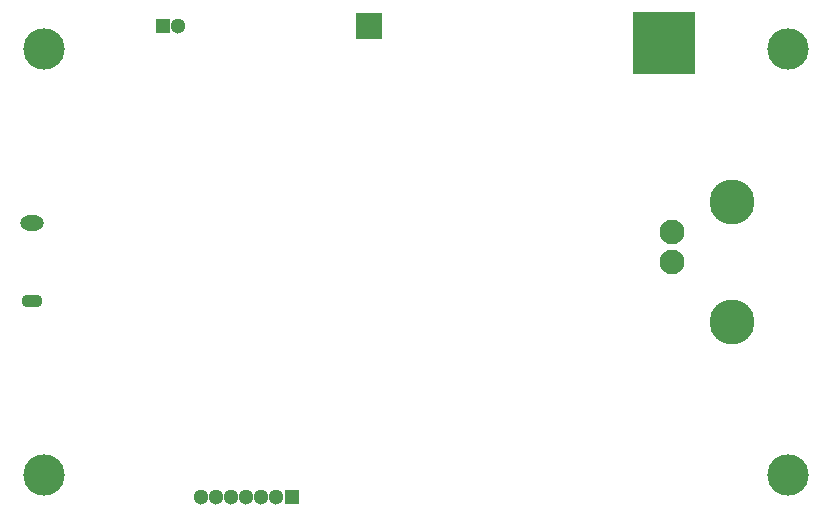
<source format=gbs>
G04 #@! TF.FileFunction,Soldermask,Bot*
%FSLAX46Y46*%
G04 Gerber Fmt 4.6, Leading zero omitted, Abs format (unit mm)*
G04 Created by KiCad (PCBNEW 4.0.2-stable) date 2016/09/19 18:56:51*
%MOMM*%
G01*
G04 APERTURE LIST*
%ADD10C,0.100000*%
%ADD11O,2.000000X1.300000*%
%ADD12O,1.800000X1.100000*%
%ADD13C,2.100000*%
%ADD14C,3.800000*%
%ADD15R,1.300000X1.300000*%
%ADD16C,1.300000*%
%ADD17R,2.300000X2.300000*%
%ADD18R,5.300000X5.300000*%
%ADD19C,0.800000*%
%ADD20C,3.500000*%
G04 APERTURE END LIST*
D10*
D11*
X2450000Y24800000D03*
D12*
X2450000Y18200000D03*
D13*
X56700000Y21500000D03*
X56700000Y24040000D03*
D14*
X61780000Y16420000D03*
X61780000Y26580000D03*
D15*
X13565000Y41500000D03*
D16*
X14835000Y41500000D03*
D15*
X24490000Y1600000D03*
D16*
X23140000Y1600000D03*
X21870000Y1600000D03*
X20600000Y1600000D03*
X19330000Y1600000D03*
X18060000Y1600000D03*
X16790000Y1600000D03*
D17*
X31000000Y41500000D03*
D18*
X56000000Y40000000D03*
D19*
X54500000Y41500000D03*
X57500000Y41500000D03*
X54500000Y38500000D03*
X57500000Y38500000D03*
X56000000Y40000000D03*
D20*
X3500000Y3500000D03*
X66500000Y3500000D03*
X66500000Y39500000D03*
X3500000Y39500000D03*
M02*

</source>
